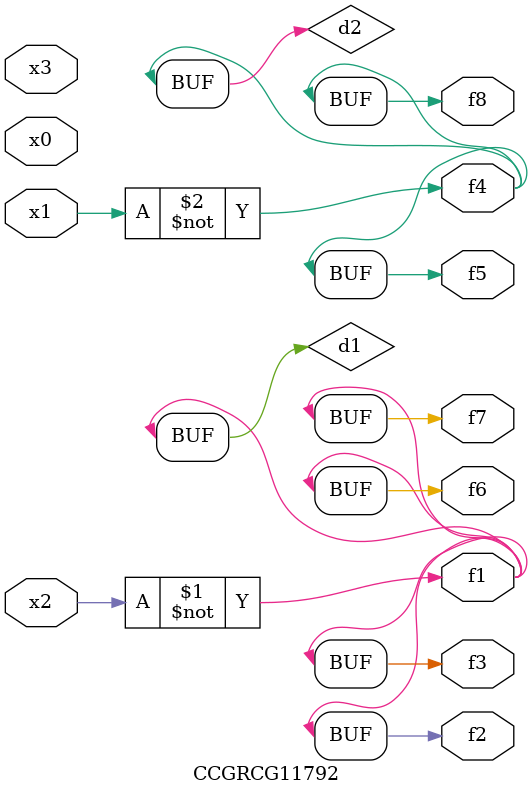
<source format=v>
module CCGRCG11792(
	input x0, x1, x2, x3,
	output f1, f2, f3, f4, f5, f6, f7, f8
);

	wire d1, d2;

	xnor (d1, x2);
	not (d2, x1);
	assign f1 = d1;
	assign f2 = d1;
	assign f3 = d1;
	assign f4 = d2;
	assign f5 = d2;
	assign f6 = d1;
	assign f7 = d1;
	assign f8 = d2;
endmodule

</source>
